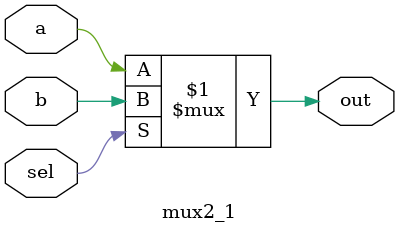
<source format=v>
module mux2_1 (
  input wire a,
  input wire b,
  input wire sel,
  output wire out
);

  assign out = sel ? b : a;

endmodule
</source>
